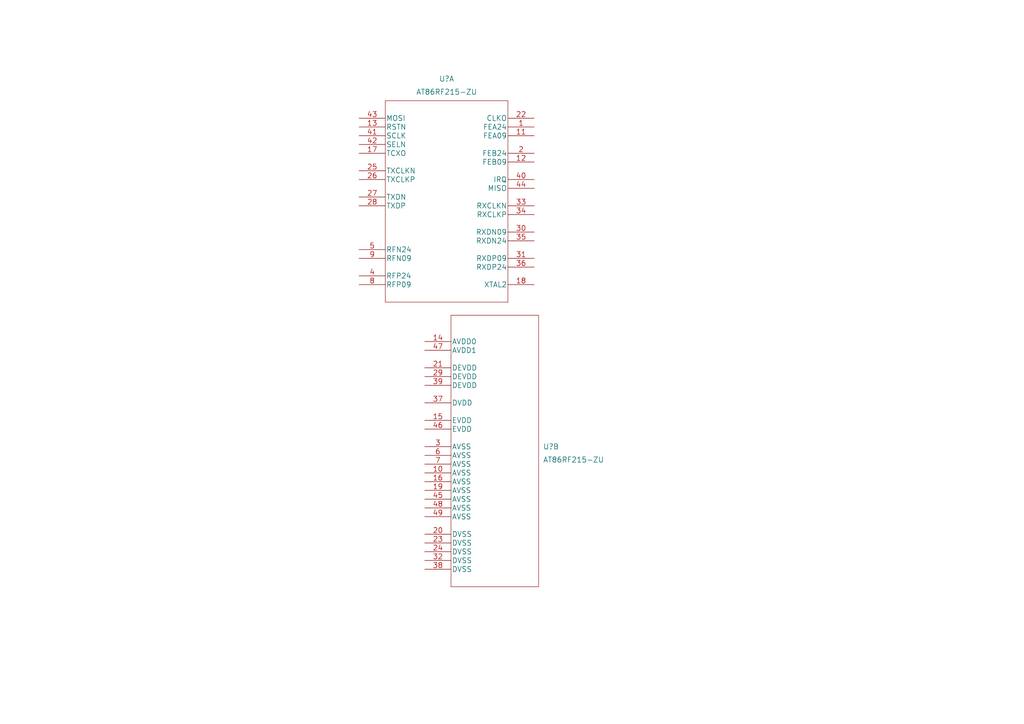
<source format=kicad_sch>
(kicad_sch (version 20211123) (generator eeschema)
  (paper "A4")
  (lib_symbols
    (symbol "2022-01-19_02-44-53:AT86RF215-ZU" (pin_names (offset 0.254))
      (property "Reference" "U" (at 25.4 10.16 0))
      (property "Value" "AT86RF215-ZU" (at 25.4 7.62 0))
      (symbol "AT86RF215-ZU_1_1"
        (polyline (pts (xy 7.62 -53.34) (xy 43.18 -53.34)) (stroke (width 0.127)))
        (polyline (pts (xy 7.62 5.08) (xy 7.62 -53.34)) (stroke (width 0.127)))
        (polyline (pts (xy 43.18 -53.34) (xy 43.18 5.08)) (stroke (width 0.127)))
        (polyline (pts (xy 43.18 5.08) (xy 7.62 5.08)) (stroke (width 0.127)))
        (pin output line (at 50.8 -2.54 180) (length 7.62) (name "FEA24") (number "1"))
        (pin output line (at 50.8 -5.08 180) (length 7.62) (name "FEA09") (number "11"))
        (pin output line (at 50.8 -12.7 180) (length 7.62) (name "FEB09") (number "12"))
        (pin input line (at 0 -2.54 0) (length 7.62) (name "RSTN") (number "13"))
        (pin input line (at 0 -10.16 0) (length 7.62) (name "TCXO") (number "17"))
        (pin output line (at 50.8 -48.26 180) (length 7.62) (name "XTAL2") (number "18"))
        (pin output line (at 50.8 -10.16 180) (length 7.62) (name "FEB24") (number "2"))
        (pin output line (at 50.8 0 180) (length 7.62) (name "CLKO") (number "22"))
        (pin input line (at 0 -15.24 0) (length 7.62) (name "TXCLKN") (number "25"))
        (pin input line (at 0 -17.78 0) (length 7.62) (name "TXCLKP") (number "26"))
        (pin input line (at 0 -22.86 0) (length 7.62) (name "TXDN") (number "27"))
        (pin input line (at 0 -25.4 0) (length 7.62) (name "TXDP") (number "28"))
        (pin output line (at 50.8 -33.02 180) (length 7.62) (name "RXDN09") (number "30"))
        (pin output line (at 50.8 -40.64 180) (length 7.62) (name "RXDP09") (number "31"))
        (pin output line (at 50.8 -25.4 180) (length 7.62) (name "RXCLKN") (number "33"))
        (pin output line (at 50.8 -27.94 180) (length 7.62) (name "RXCLKP") (number "34"))
        (pin output line (at 50.8 -35.56 180) (length 7.62) (name "RXDN24") (number "35"))
        (pin output line (at 50.8 -43.18 180) (length 7.62) (name "RXDP24") (number "36"))
        (pin bidirectional line (at 0 -45.72 0) (length 7.62) (name "RFP24") (number "4"))
        (pin output line (at 50.8 -17.78 180) (length 7.62) (name "IRQ") (number "40"))
        (pin input line (at 0 -5.08 0) (length 7.62) (name "SCLK") (number "41"))
        (pin input line (at 0 -7.62 0) (length 7.62) (name "SELN") (number "42"))
        (pin input line (at 0 0 0) (length 7.62) (name "MOSI") (number "43"))
        (pin output line (at 50.8 -20.32 180) (length 7.62) (name "MISO") (number "44"))
        (pin bidirectional line (at 0 -38.1 0) (length 7.62) (name "RFN24") (number "5"))
        (pin bidirectional line (at 0 -48.26 0) (length 7.62) (name "RFP09") (number "8"))
        (pin bidirectional line (at 0 -40.64 0) (length 7.62) (name "RFN09") (number "9"))
      )
      (symbol "AT86RF215-ZU_2_1"
        (polyline (pts (xy 7.62 -71.12) (xy 33.02 -71.12)) (stroke (width 0.127)))
        (polyline (pts (xy 7.62 7.62) (xy 7.62 -71.12)) (stroke (width 0.127)))
        (polyline (pts (xy 33.02 -71.12) (xy 33.02 7.62)) (stroke (width 0.127)))
        (polyline (pts (xy 33.02 7.62) (xy 7.62 7.62)) (stroke (width 0.127)))
        (pin power_in line (at 0 -38.1 0) (length 7.62) (name "AVSS") (number "10"))
        (pin power_in line (at 0 0 0) (length 7.62) (name "AVDD0") (number "14"))
        (pin power_in line (at 0 -22.86 0) (length 7.62) (name "EVDD") (number "15"))
        (pin power_in line (at 0 -40.64 0) (length 7.62) (name "AVSS") (number "16"))
        (pin power_in line (at 0 -43.18 0) (length 7.62) (name "AVSS") (number "19"))
        (pin power_in line (at 0 -55.88 0) (length 7.62) (name "DVSS") (number "20"))
        (pin power_in line (at 0 -7.62 0) (length 7.62) (name "DEVDD") (number "21"))
        (pin power_in line (at 0 -58.42 0) (length 7.62) (name "DVSS") (number "23"))
        (pin power_in line (at 0 -60.96 0) (length 7.62) (name "DVSS") (number "24"))
        (pin power_in line (at 0 -10.16 0) (length 7.62) (name "DEVDD") (number "29"))
        (pin power_in line (at 0 -30.48 0) (length 7.62) (name "AVSS") (number "3"))
        (pin power_in line (at 0 -63.5 0) (length 7.62) (name "DVSS") (number "32"))
        (pin power_in line (at 0 -17.78 0) (length 7.62) (name "DVDD") (number "37"))
        (pin power_in line (at 0 -66.04 0) (length 7.62) (name "DVSS") (number "38"))
        (pin power_in line (at 0 -12.7 0) (length 7.62) (name "DEVDD") (number "39"))
        (pin power_in line (at 0 -45.72 0) (length 7.62) (name "AVSS") (number "45"))
        (pin power_in line (at 0 -25.4 0) (length 7.62) (name "EVDD") (number "46"))
        (pin power_in line (at 0 -2.54 0) (length 7.62) (name "AVDD1") (number "47"))
        (pin power_in line (at 0 -48.26 0) (length 7.62) (name "AVSS") (number "48"))
        (pin power_in line (at 0 -50.8 0) (length 7.62) (name "AVSS") (number "49"))
        (pin power_in line (at 0 -33.02 0) (length 7.62) (name "AVSS") (number "6"))
        (pin power_in line (at 0 -35.56 0) (length 7.62) (name "AVSS") (number "7"))
      )
    )
  )
  (symbol (lib_id "2022-01-19_02-44-53:AT86RF215-ZU") (at 104.14 34.29 0) (unit 1)
    (property "Reference" "U?" (at 129.54 22.86 0) (effects (font (size 1.524 1.524))))
    (property "Value" "AT86RF215-ZU" (at 129.54 26.67 0) (effects (font (size 1.524 1.524))))
    (property "Footprint" "QFN48_7X7_PQ_MCH" (effects hide))
  )
  (symbol (lib_id "2022-01-19_02-44-53:AT86RF215-ZU") (at 123.19 99.06 0) (unit 2)
    (property "Reference" "U?" (at 157.48 129.54 0) (effects (font (size 1.524 1.524)) (justify left)))
    (property "Value" "AT86RF215-ZU" (at 157.48 133.35 0) (effects (font (size 1.524 1.524)) (justify left)))
    (property "Footprint" "QFN48_7X7_PQ_MCH" (effects hide))
  )
)
</source>
